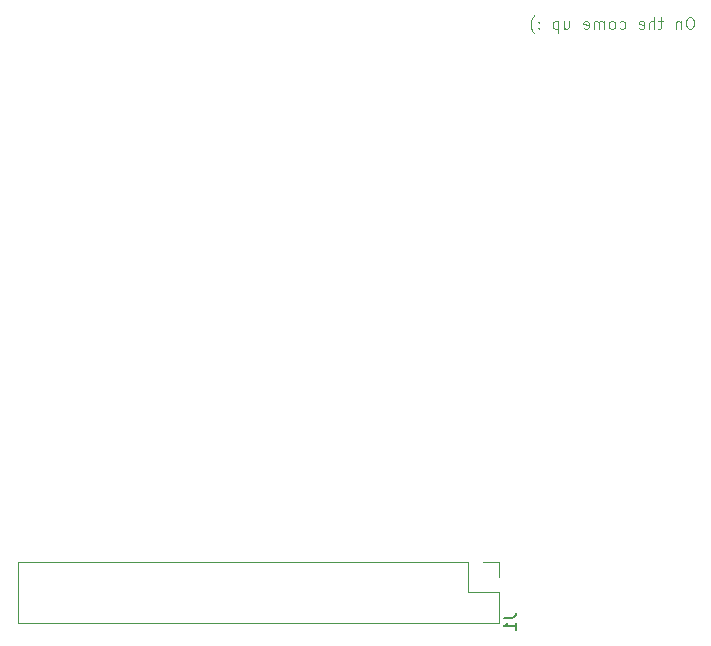
<source format=gbr>
%TF.GenerationSoftware,KiCad,Pcbnew,9.0.0*%
%TF.CreationDate,2025-03-28T23:25:53+02:00*%
%TF.ProjectId,EEE3088F_PCB_Project,45454533-3038-4384-965f-5043425f5072,rev?*%
%TF.SameCoordinates,Original*%
%TF.FileFunction,Legend,Bot*%
%TF.FilePolarity,Positive*%
%FSLAX46Y46*%
G04 Gerber Fmt 4.6, Leading zero omitted, Abs format (unit mm)*
G04 Created by KiCad (PCBNEW 9.0.0) date 2025-03-28 23:25:53*
%MOMM*%
%LPD*%
G01*
G04 APERTURE LIST*
G04 Aperture macros list*
%AMRoundRect*
0 Rectangle with rounded corners*
0 $1 Rounding radius*
0 $2 $3 $4 $5 $6 $7 $8 $9 X,Y pos of 4 corners*
0 Add a 4 corners polygon primitive as box body*
4,1,4,$2,$3,$4,$5,$6,$7,$8,$9,$2,$3,0*
0 Add four circle primitives for the rounded corners*
1,1,$1+$1,$2,$3*
1,1,$1+$1,$4,$5*
1,1,$1+$1,$6,$7*
1,1,$1+$1,$8,$9*
0 Add four rect primitives between the rounded corners*
20,1,$1+$1,$2,$3,$4,$5,0*
20,1,$1+$1,$4,$5,$6,$7,0*
20,1,$1+$1,$6,$7,$8,$9,0*
20,1,$1+$1,$8,$9,$2,$3,0*%
G04 Aperture macros list end*
%ADD10C,0.100000*%
%ADD11C,0.150000*%
%ADD12C,0.120000*%
%ADD13C,5.600000*%
%ADD14O,1.600000X3.000000*%
%ADD15RoundRect,0.250000X-0.350000X-0.625000X0.350000X-0.625000X0.350000X0.625000X-0.350000X0.625000X0*%
%ADD16O,1.200000X1.750000*%
%ADD17C,0.660400*%
%ADD18O,1.117600X2.209800*%
%ADD19O,1.117600X1.905000*%
%ADD20R,1.700000X1.700000*%
%ADD21O,1.700000X1.700000*%
G04 APERTURE END LIST*
D10*
X179455639Y-58722419D02*
X179265163Y-58722419D01*
X179265163Y-58722419D02*
X179169925Y-58770038D01*
X179169925Y-58770038D02*
X179074687Y-58865276D01*
X179074687Y-58865276D02*
X179027068Y-59055752D01*
X179027068Y-59055752D02*
X179027068Y-59389085D01*
X179027068Y-59389085D02*
X179074687Y-59579561D01*
X179074687Y-59579561D02*
X179169925Y-59674800D01*
X179169925Y-59674800D02*
X179265163Y-59722419D01*
X179265163Y-59722419D02*
X179455639Y-59722419D01*
X179455639Y-59722419D02*
X179550877Y-59674800D01*
X179550877Y-59674800D02*
X179646115Y-59579561D01*
X179646115Y-59579561D02*
X179693734Y-59389085D01*
X179693734Y-59389085D02*
X179693734Y-59055752D01*
X179693734Y-59055752D02*
X179646115Y-58865276D01*
X179646115Y-58865276D02*
X179550877Y-58770038D01*
X179550877Y-58770038D02*
X179455639Y-58722419D01*
X178598496Y-59055752D02*
X178598496Y-59722419D01*
X178598496Y-59150990D02*
X178550877Y-59103371D01*
X178550877Y-59103371D02*
X178455639Y-59055752D01*
X178455639Y-59055752D02*
X178312782Y-59055752D01*
X178312782Y-59055752D02*
X178217544Y-59103371D01*
X178217544Y-59103371D02*
X178169925Y-59198609D01*
X178169925Y-59198609D02*
X178169925Y-59722419D01*
X177074686Y-59055752D02*
X176693734Y-59055752D01*
X176931829Y-58722419D02*
X176931829Y-59579561D01*
X176931829Y-59579561D02*
X176884210Y-59674800D01*
X176884210Y-59674800D02*
X176788972Y-59722419D01*
X176788972Y-59722419D02*
X176693734Y-59722419D01*
X176360400Y-59722419D02*
X176360400Y-58722419D01*
X175931829Y-59722419D02*
X175931829Y-59198609D01*
X175931829Y-59198609D02*
X175979448Y-59103371D01*
X175979448Y-59103371D02*
X176074686Y-59055752D01*
X176074686Y-59055752D02*
X176217543Y-59055752D01*
X176217543Y-59055752D02*
X176312781Y-59103371D01*
X176312781Y-59103371D02*
X176360400Y-59150990D01*
X175074686Y-59674800D02*
X175169924Y-59722419D01*
X175169924Y-59722419D02*
X175360400Y-59722419D01*
X175360400Y-59722419D02*
X175455638Y-59674800D01*
X175455638Y-59674800D02*
X175503257Y-59579561D01*
X175503257Y-59579561D02*
X175503257Y-59198609D01*
X175503257Y-59198609D02*
X175455638Y-59103371D01*
X175455638Y-59103371D02*
X175360400Y-59055752D01*
X175360400Y-59055752D02*
X175169924Y-59055752D01*
X175169924Y-59055752D02*
X175074686Y-59103371D01*
X175074686Y-59103371D02*
X175027067Y-59198609D01*
X175027067Y-59198609D02*
X175027067Y-59293847D01*
X175027067Y-59293847D02*
X175503257Y-59389085D01*
X173408019Y-59674800D02*
X173503257Y-59722419D01*
X173503257Y-59722419D02*
X173693733Y-59722419D01*
X173693733Y-59722419D02*
X173788971Y-59674800D01*
X173788971Y-59674800D02*
X173836590Y-59627180D01*
X173836590Y-59627180D02*
X173884209Y-59531942D01*
X173884209Y-59531942D02*
X173884209Y-59246228D01*
X173884209Y-59246228D02*
X173836590Y-59150990D01*
X173836590Y-59150990D02*
X173788971Y-59103371D01*
X173788971Y-59103371D02*
X173693733Y-59055752D01*
X173693733Y-59055752D02*
X173503257Y-59055752D01*
X173503257Y-59055752D02*
X173408019Y-59103371D01*
X172836590Y-59722419D02*
X172931828Y-59674800D01*
X172931828Y-59674800D02*
X172979447Y-59627180D01*
X172979447Y-59627180D02*
X173027066Y-59531942D01*
X173027066Y-59531942D02*
X173027066Y-59246228D01*
X173027066Y-59246228D02*
X172979447Y-59150990D01*
X172979447Y-59150990D02*
X172931828Y-59103371D01*
X172931828Y-59103371D02*
X172836590Y-59055752D01*
X172836590Y-59055752D02*
X172693733Y-59055752D01*
X172693733Y-59055752D02*
X172598495Y-59103371D01*
X172598495Y-59103371D02*
X172550876Y-59150990D01*
X172550876Y-59150990D02*
X172503257Y-59246228D01*
X172503257Y-59246228D02*
X172503257Y-59531942D01*
X172503257Y-59531942D02*
X172550876Y-59627180D01*
X172550876Y-59627180D02*
X172598495Y-59674800D01*
X172598495Y-59674800D02*
X172693733Y-59722419D01*
X172693733Y-59722419D02*
X172836590Y-59722419D01*
X172074685Y-59722419D02*
X172074685Y-59055752D01*
X172074685Y-59150990D02*
X172027066Y-59103371D01*
X172027066Y-59103371D02*
X171931828Y-59055752D01*
X171931828Y-59055752D02*
X171788971Y-59055752D01*
X171788971Y-59055752D02*
X171693733Y-59103371D01*
X171693733Y-59103371D02*
X171646114Y-59198609D01*
X171646114Y-59198609D02*
X171646114Y-59722419D01*
X171646114Y-59198609D02*
X171598495Y-59103371D01*
X171598495Y-59103371D02*
X171503257Y-59055752D01*
X171503257Y-59055752D02*
X171360400Y-59055752D01*
X171360400Y-59055752D02*
X171265161Y-59103371D01*
X171265161Y-59103371D02*
X171217542Y-59198609D01*
X171217542Y-59198609D02*
X171217542Y-59722419D01*
X170360400Y-59674800D02*
X170455638Y-59722419D01*
X170455638Y-59722419D02*
X170646114Y-59722419D01*
X170646114Y-59722419D02*
X170741352Y-59674800D01*
X170741352Y-59674800D02*
X170788971Y-59579561D01*
X170788971Y-59579561D02*
X170788971Y-59198609D01*
X170788971Y-59198609D02*
X170741352Y-59103371D01*
X170741352Y-59103371D02*
X170646114Y-59055752D01*
X170646114Y-59055752D02*
X170455638Y-59055752D01*
X170455638Y-59055752D02*
X170360400Y-59103371D01*
X170360400Y-59103371D02*
X170312781Y-59198609D01*
X170312781Y-59198609D02*
X170312781Y-59293847D01*
X170312781Y-59293847D02*
X170788971Y-59389085D01*
X168693733Y-59055752D02*
X168693733Y-59722419D01*
X169122304Y-59055752D02*
X169122304Y-59579561D01*
X169122304Y-59579561D02*
X169074685Y-59674800D01*
X169074685Y-59674800D02*
X168979447Y-59722419D01*
X168979447Y-59722419D02*
X168836590Y-59722419D01*
X168836590Y-59722419D02*
X168741352Y-59674800D01*
X168741352Y-59674800D02*
X168693733Y-59627180D01*
X168217542Y-59055752D02*
X168217542Y-60055752D01*
X168217542Y-59103371D02*
X168122304Y-59055752D01*
X168122304Y-59055752D02*
X167931828Y-59055752D01*
X167931828Y-59055752D02*
X167836590Y-59103371D01*
X167836590Y-59103371D02*
X167788971Y-59150990D01*
X167788971Y-59150990D02*
X167741352Y-59246228D01*
X167741352Y-59246228D02*
X167741352Y-59531942D01*
X167741352Y-59531942D02*
X167788971Y-59627180D01*
X167788971Y-59627180D02*
X167836590Y-59674800D01*
X167836590Y-59674800D02*
X167931828Y-59722419D01*
X167931828Y-59722419D02*
X168122304Y-59722419D01*
X168122304Y-59722419D02*
X168217542Y-59674800D01*
X166550875Y-59627180D02*
X166503256Y-59674800D01*
X166503256Y-59674800D02*
X166550875Y-59722419D01*
X166550875Y-59722419D02*
X166598494Y-59674800D01*
X166598494Y-59674800D02*
X166550875Y-59627180D01*
X166550875Y-59627180D02*
X166550875Y-59722419D01*
X166550875Y-59103371D02*
X166503256Y-59150990D01*
X166503256Y-59150990D02*
X166550875Y-59198609D01*
X166550875Y-59198609D02*
X166598494Y-59150990D01*
X166598494Y-59150990D02*
X166550875Y-59103371D01*
X166550875Y-59103371D02*
X166550875Y-59198609D01*
X166169923Y-60103371D02*
X166122304Y-60055752D01*
X166122304Y-60055752D02*
X166027066Y-59912895D01*
X166027066Y-59912895D02*
X165979447Y-59817657D01*
X165979447Y-59817657D02*
X165931828Y-59674800D01*
X165931828Y-59674800D02*
X165884209Y-59436704D01*
X165884209Y-59436704D02*
X165884209Y-59246228D01*
X165884209Y-59246228D02*
X165931828Y-59008133D01*
X165931828Y-59008133D02*
X165979447Y-58865276D01*
X165979447Y-58865276D02*
X166027066Y-58770038D01*
X166027066Y-58770038D02*
X166122304Y-58627180D01*
X166122304Y-58627180D02*
X166169923Y-58579561D01*
D11*
X163599819Y-109596666D02*
X164314104Y-109596666D01*
X164314104Y-109596666D02*
X164456961Y-109549047D01*
X164456961Y-109549047D02*
X164552200Y-109453809D01*
X164552200Y-109453809D02*
X164599819Y-109310952D01*
X164599819Y-109310952D02*
X164599819Y-109215714D01*
X164599819Y-110596666D02*
X164599819Y-110025238D01*
X164599819Y-110310952D02*
X163599819Y-110310952D01*
X163599819Y-110310952D02*
X163742676Y-110215714D01*
X163742676Y-110215714D02*
X163837914Y-110120476D01*
X163837914Y-110120476D02*
X163885533Y-110025238D01*
D12*
%TO.C,J1*%
X122445000Y-110030000D02*
X122445000Y-104830000D01*
X160605000Y-104830000D02*
X122445000Y-104830000D01*
X160605000Y-107430000D02*
X160605000Y-104830000D01*
X163205000Y-104830000D02*
X161875000Y-104830000D01*
X163205000Y-106160000D02*
X163205000Y-104830000D01*
X163205000Y-107430000D02*
X160605000Y-107430000D01*
X163205000Y-110030000D02*
X122445000Y-110030000D01*
X163205000Y-110030000D02*
X163205000Y-107430000D01*
%TD*%
%LPC*%
D13*
%TO.C,H2*%
X142575000Y-71450000D03*
%TD*%
D14*
%TO.C,SW1*%
X134600000Y-57650000D03*
X129900000Y-57650000D03*
X125200000Y-57650000D03*
%TD*%
D15*
%TO.C,J3*%
X151150000Y-54750000D03*
D16*
X153150000Y-54750000D03*
%TD*%
D13*
%TO.C,H3*%
X142475000Y-61450000D03*
%TD*%
%TO.C,H1*%
X142575000Y-81400000D03*
%TD*%
D17*
%TO.C,J2*%
X165810001Y-54170700D03*
X171589999Y-54170700D03*
D18*
X164379998Y-53670700D03*
X173020002Y-53670700D03*
D19*
X164379968Y-57820700D03*
X173020032Y-57820700D03*
%TD*%
D20*
%TO.C,J1*%
X161875000Y-106160000D03*
D21*
X161875000Y-108700000D03*
X159335000Y-106160000D03*
X159335000Y-108700000D03*
X156795000Y-106160000D03*
X156795000Y-108700000D03*
X154255000Y-106160000D03*
X154255000Y-108700000D03*
X151715000Y-106160000D03*
X151715000Y-108700000D03*
X149175000Y-106160000D03*
X149175000Y-108700000D03*
X146635000Y-106160000D03*
X146635000Y-108700000D03*
X144095000Y-106160000D03*
X144095000Y-108700000D03*
X141555000Y-106160000D03*
X141555000Y-108700000D03*
X139015000Y-106160000D03*
X139015000Y-108700000D03*
X136475000Y-106160000D03*
X136475000Y-108700000D03*
X133935000Y-106160000D03*
X133935000Y-108700000D03*
X131395000Y-106160000D03*
X131395000Y-108700000D03*
X128855000Y-106160000D03*
X128855000Y-108700000D03*
X126315000Y-106160000D03*
X126315000Y-108700000D03*
X123775000Y-106160000D03*
X123775000Y-108700000D03*
%TD*%
%LPD*%
M02*

</source>
